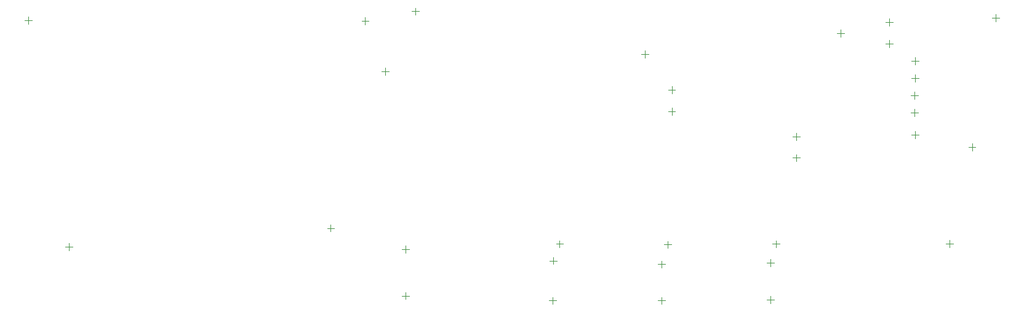
<source format=gbr>
%FSTAX23Y23*%
%MOIN*%
%SFA1B1*%

%IPPOS*%
%ADD13C,0.003937*%
%LNbrushed_pcb_bottom_component_center-1*%
%LPD*%
G54D13*
X-00986Y-00659D02*
Y-0062D01*
X-01005Y-0064D02*
X-00966D01*
X02159Y-00134D02*
X02198D01*
X02179Y-00154D02*
Y-00114D01*
X02488Y-0022D02*
Y-00181D01*
X02468Y-002D02*
X02507D01*
X00696Y00301D02*
X00735D01*
X00715Y00281D02*
Y00321D01*
X00842Y-00006D02*
X00881D01*
X00862Y-00026D02*
Y00013D01*
X00842Y0011D02*
X00881D01*
X00862Y0009D02*
Y00129D01*
X01515Y-00259D02*
X01555D01*
X01535Y-00279D02*
Y-0024D01*
X01515Y-00145D02*
X01555D01*
X01535Y-00165D02*
Y-00125D01*
X-00581Y-00774D02*
Y-00734D01*
X-00601Y-00754D02*
X-00562D01*
X-00601Y-01006D02*
X-00562D01*
X-00581Y-01025D02*
Y-00986D01*
X02179Y00247D02*
Y00286D01*
X02159Y00266D02*
X02198D01*
X02179Y00152D02*
Y00192D01*
X02159Y00172D02*
X02198D01*
X02177Y00059D02*
Y00099D01*
X02157Y00079D02*
X02196D01*
X02177Y-00033D02*
Y00006D01*
X02157Y-00013D02*
X02196D01*
X02617Y00478D02*
Y00518D01*
X02597Y00498D02*
X02636D01*
X-02404Y-00761D02*
Y-00722D01*
X-02424Y-00742D02*
X-02385D01*
X-02643Y00486D02*
X-02603D01*
X-02623Y00467D02*
Y00506D01*
X02366Y-00744D02*
Y-00704D01*
X02346Y-00724D02*
X02385D01*
X00821Y-00729D02*
X00861D01*
X00841Y-00749D02*
Y-0071D01*
X00235Y-00725D02*
X00274D01*
X00254Y-00745D02*
Y-00706D01*
X01406Y-00725D02*
X01445D01*
X01425Y-00745D02*
Y-00706D01*
X00198Y-00816D02*
X00238D01*
X00218Y-00835D02*
Y-00796D01*
X00216Y-01052D02*
Y-01013D01*
X00196Y-01032D02*
X00236D01*
X00786D02*
X00825D01*
X00805Y-01052D02*
Y-01013D01*
X00786Y-00835D02*
X00825D01*
X00805Y-00855D02*
Y-00816D01*
X01395Y-00846D02*
Y-00807D01*
X01375Y-00827D02*
X01415D01*
X01395Y-01046D02*
Y-01007D01*
X01375Y-01026D02*
X01415D01*
X0204Y00339D02*
Y00379D01*
X0202Y00359D02*
X0206D01*
X02039Y00456D02*
Y00496D01*
X02019Y00476D02*
X02059D01*
X01755Y00417D02*
X01795D01*
X01775Y00397D02*
Y00437D01*
X-00547Y00535D02*
X-00507D01*
X-00527Y00515D02*
Y00554D01*
X-00818Y00482D02*
X-00779D01*
X-00799Y00462D02*
Y00502D01*
X-00689Y00188D02*
Y00228D01*
X-00709Y00208D02*
X-0067D01*
M02*
</source>
